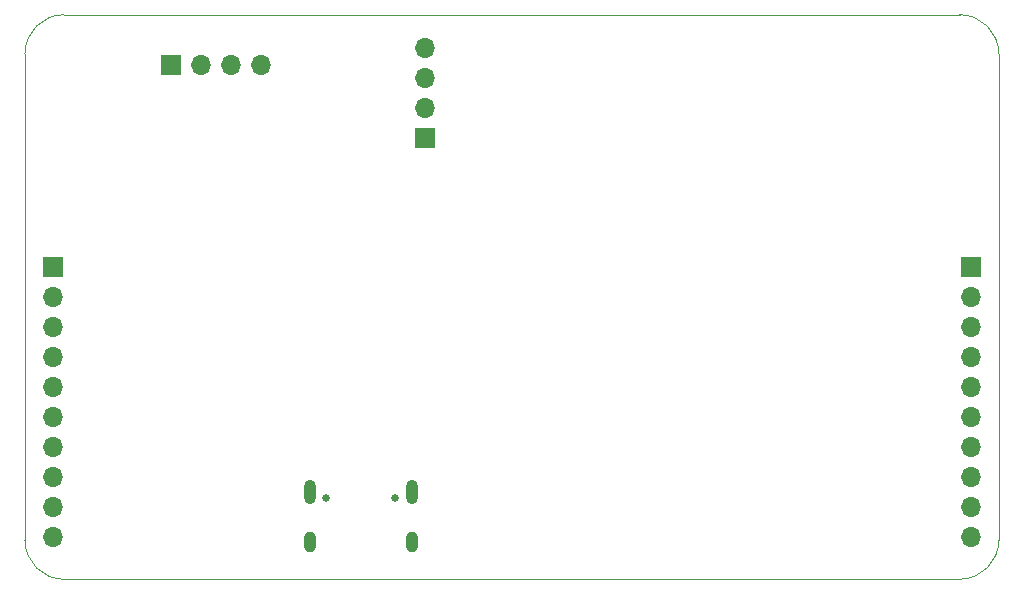
<source format=gbs>
%TF.GenerationSoftware,KiCad,Pcbnew,7.0.2-0*%
%TF.CreationDate,2024-05-28T17:42:11+08:00*%
%TF.ProjectId,angle_detect,616e676c-655f-4646-9574-6563742e6b69,rev?*%
%TF.SameCoordinates,Original*%
%TF.FileFunction,Soldermask,Bot*%
%TF.FilePolarity,Negative*%
%FSLAX46Y46*%
G04 Gerber Fmt 4.6, Leading zero omitted, Abs format (unit mm)*
G04 Created by KiCad (PCBNEW 7.0.2-0) date 2024-05-28 17:42:11*
%MOMM*%
%LPD*%
G01*
G04 APERTURE LIST*
%ADD10R,1.700000X1.700000*%
%ADD11O,1.700000X1.700000*%
%ADD12C,0.650000*%
%ADD13O,1.000000X2.100000*%
%ADD14O,1.000000X1.800000*%
%TA.AperFunction,Profile*%
%ADD15C,0.100000*%
%TD*%
G04 APERTURE END LIST*
D10*
%TO.C,J2*%
X137795000Y-66324000D03*
D11*
X137795000Y-68864000D03*
X137795000Y-71404000D03*
X137795000Y-73944000D03*
X137795000Y-76484000D03*
X137795000Y-79024000D03*
X137795000Y-81564000D03*
X137795000Y-84104000D03*
X137795000Y-86644000D03*
X137795000Y-89184000D03*
%TD*%
%TO.C,J4*%
X91567000Y-47752000D03*
X91567000Y-50292000D03*
X91567000Y-52832000D03*
D10*
X91567000Y-55372000D03*
%TD*%
D12*
%TO.C,J3*%
X83236000Y-85893400D03*
X89016000Y-85893400D03*
D13*
X81806000Y-85373400D03*
D14*
X81806000Y-89573400D03*
D13*
X90446000Y-85373400D03*
D14*
X90446000Y-89573400D03*
%TD*%
D10*
%TO.C,J5*%
X70104000Y-49199800D03*
D11*
X72644000Y-49199800D03*
X75184000Y-49199800D03*
X77724000Y-49199800D03*
%TD*%
D10*
%TO.C,J1*%
X60071000Y-66324000D03*
D11*
X60071000Y-68864000D03*
X60071000Y-71404000D03*
X60071000Y-73944000D03*
X60071000Y-76484000D03*
X60071000Y-79024000D03*
X60071000Y-81564000D03*
X60071000Y-84104000D03*
X60071000Y-86644000D03*
X60071000Y-89184000D03*
%TD*%
D15*
X140157200Y-48260000D02*
G75*
G03*
X136855200Y-44958000I-3302000J0D01*
G01*
X57708800Y-48260000D02*
X57708800Y-89458800D01*
X61010800Y-44958000D02*
G75*
G03*
X57708800Y-48260000I0J-3302000D01*
G01*
X136855200Y-44958000D02*
X61010800Y-44958000D01*
X140157200Y-48260000D02*
X140157200Y-89458800D01*
X57708800Y-89458800D02*
G75*
G03*
X61010800Y-92760800I3302000J0D01*
G01*
X61010800Y-92760800D02*
X136855200Y-92760800D01*
X136855200Y-92760800D02*
G75*
G03*
X140157200Y-89458800I0J3302000D01*
G01*
M02*

</source>
